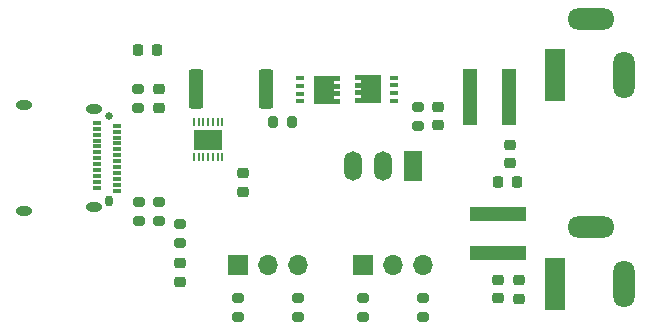
<source format=gbr>
%TF.GenerationSoftware,KiCad,Pcbnew,7.0.10-7.0.10~ubuntu20.04.1*%
%TF.CreationDate,2024-11-18T10:21:58+01:00*%
%TF.ProjectId,powerplay,706f7765-7270-46c6-9179-2e6b69636164,1*%
%TF.SameCoordinates,Original*%
%TF.FileFunction,Soldermask,Top*%
%TF.FilePolarity,Negative*%
%FSLAX46Y46*%
G04 Gerber Fmt 4.6, Leading zero omitted, Abs format (unit mm)*
G04 Created by KiCad (PCBNEW 7.0.10-7.0.10~ubuntu20.04.1) date 2024-11-18 10:21:58*
%MOMM*%
%LPD*%
G01*
G04 APERTURE LIST*
G04 Aperture macros list*
%AMRoundRect*
0 Rectangle with rounded corners*
0 $1 Rounding radius*
0 $2 $3 $4 $5 $6 $7 $8 $9 X,Y pos of 4 corners*
0 Add a 4 corners polygon primitive as box body*
4,1,4,$2,$3,$4,$5,$6,$7,$8,$9,$2,$3,0*
0 Add four circle primitives for the rounded corners*
1,1,$1+$1,$2,$3*
1,1,$1+$1,$4,$5*
1,1,$1+$1,$6,$7*
1,1,$1+$1,$8,$9*
0 Add four rect primitives between the rounded corners*
20,1,$1+$1,$2,$3,$4,$5,0*
20,1,$1+$1,$4,$5,$6,$7,0*
20,1,$1+$1,$6,$7,$8,$9,0*
20,1,$1+$1,$8,$9,$2,$3,0*%
%AMFreePoly0*
4,1,17,1.395000,0.765000,0.855000,0.765000,0.855000,0.535000,1.395000,0.535000,1.395000,0.115000,0.855000,0.115000,0.855000,-0.115000,1.395000,-0.115000,1.395000,-0.535000,0.855000,-0.535000,0.855000,-0.765000,1.395000,-0.765000,1.395000,-1.185000,-0.855000,-1.185000,-0.855000,1.185000,1.395000,1.185000,1.395000,0.765000,1.395000,0.765000,$1*%
G04 Aperture macros list end*
%ADD10RoundRect,0.200000X-0.275000X0.200000X-0.275000X-0.200000X0.275000X-0.200000X0.275000X0.200000X0*%
%ADD11R,1.800000X4.400000*%
%ADD12O,1.800000X4.000000*%
%ADD13O,4.000000X1.800000*%
%ADD14RoundRect,0.105000X0.245000X0.105000X-0.245000X0.105000X-0.245000X-0.105000X0.245000X-0.105000X0*%
%ADD15FreePoly0,180.000000*%
%ADD16RoundRect,0.218750X0.256250X-0.218750X0.256250X0.218750X-0.256250X0.218750X-0.256250X-0.218750X0*%
%ADD17RoundRect,0.105000X-0.245000X-0.105000X0.245000X-0.105000X0.245000X0.105000X-0.245000X0.105000X0*%
%ADD18FreePoly0,0.000000*%
%ADD19R,0.250000X0.700000*%
%ADD20R,2.350000X1.780000*%
%ADD21R,4.700000X1.180000*%
%ADD22RoundRect,0.225000X-0.250000X0.225000X-0.250000X-0.225000X0.250000X-0.225000X0.250000X0.225000X0*%
%ADD23RoundRect,0.225000X0.250000X-0.225000X0.250000X0.225000X-0.250000X0.225000X-0.250000X-0.225000X0*%
%ADD24R,1.500000X2.500000*%
%ADD25O,1.500000X2.500000*%
%ADD26RoundRect,0.200000X0.275000X-0.200000X0.275000X0.200000X-0.275000X0.200000X-0.275000X-0.200000X0*%
%ADD27R,1.700000X1.700000*%
%ADD28O,1.700000X1.700000*%
%ADD29C,0.650000*%
%ADD30O,0.650000X0.950000*%
%ADD31R,0.700000X0.300000*%
%ADD32O,1.400000X0.800000*%
%ADD33R,1.180000X4.700000*%
%ADD34RoundRect,0.218750X0.218750X0.256250X-0.218750X0.256250X-0.218750X-0.256250X0.218750X-0.256250X0*%
%ADD35RoundRect,0.225000X-0.225000X-0.250000X0.225000X-0.250000X0.225000X0.250000X-0.225000X0.250000X0*%
%ADD36RoundRect,0.200000X-0.200000X-0.275000X0.200000X-0.275000X0.200000X0.275000X-0.200000X0.275000X0*%
%ADD37RoundRect,0.250000X-0.362500X-1.425000X0.362500X-1.425000X0.362500X1.425000X-0.362500X1.425000X0*%
G04 APERTURE END LIST*
D10*
%TO.C,R9*%
X149931904Y-92584000D03*
X149931904Y-94234000D03*
%TD*%
D11*
%TO.C,J2*%
X171704000Y-73733010D03*
D12*
X177504000Y-73733010D03*
D13*
X174704000Y-68933010D03*
%TD*%
D14*
%TO.C,Q1*%
X158079467Y-75885000D03*
X158079467Y-75235000D03*
X158079467Y-74585000D03*
X158079467Y-73935000D03*
D15*
X156124467Y-74910000D03*
%TD*%
D10*
%TO.C,R5*%
X139954000Y-86297000D03*
X139954000Y-87947000D03*
%TD*%
D16*
%TO.C,D2*%
X139954000Y-91211500D03*
X139954000Y-89636500D03*
%TD*%
D10*
%TO.C,R8*%
X155436907Y-92584000D03*
X155436907Y-94234000D03*
%TD*%
D17*
%TO.C,Q2*%
X150130573Y-74000000D03*
X150130573Y-74650000D03*
X150130573Y-75300000D03*
X150130573Y-75950000D03*
D18*
X152085573Y-74975000D03*
%TD*%
D19*
%TO.C,U1*%
X143510000Y-77724000D03*
X143110000Y-77724000D03*
X142710000Y-77724000D03*
X142310000Y-77724000D03*
X141910000Y-77724000D03*
X141510000Y-77724000D03*
X141110000Y-77724000D03*
X141110000Y-80674000D03*
X141510000Y-80674000D03*
X141910000Y-80674000D03*
X142310000Y-80674000D03*
X142710000Y-80674000D03*
X143110000Y-80674000D03*
X143510000Y-80674000D03*
D20*
X142310000Y-79199000D03*
%TD*%
D21*
%TO.C,L2*%
X166878000Y-85467000D03*
X166878000Y-88777000D03*
%TD*%
D22*
%TO.C,C3*%
X145288000Y-82029000D03*
X145288000Y-83579000D03*
%TD*%
D23*
%TO.C,C6*%
X166878000Y-92627517D03*
X166878000Y-91077517D03*
%TD*%
D24*
%TO.C,U2*%
X159658500Y-81375500D03*
D25*
X157118500Y-81375500D03*
X154578500Y-81375500D03*
%TD*%
D11*
%TO.C,J3*%
X171704000Y-91405000D03*
D12*
X177504000Y-91405000D03*
D13*
X174704000Y-86605000D03*
%TD*%
D26*
%TO.C,R6*%
X136486305Y-86097467D03*
X136486305Y-84447467D03*
%TD*%
%TO.C,R1*%
X136398000Y-76517000D03*
X136398000Y-74867000D03*
%TD*%
D27*
%TO.C,JP2*%
X144831305Y-89755714D03*
D28*
X147371305Y-89755714D03*
X149911305Y-89755714D03*
%TD*%
D26*
%TO.C,R10*%
X144840810Y-94234000D03*
X144840810Y-92584000D03*
%TD*%
%TO.C,R7*%
X138146282Y-86101023D03*
X138146282Y-84451023D03*
%TD*%
%TO.C,R11*%
X160528000Y-94234000D03*
X160528000Y-92584000D03*
%TD*%
D27*
%TO.C,JP1*%
X155418012Y-89830269D03*
D28*
X157958012Y-89830269D03*
X160498012Y-89830269D03*
%TD*%
D22*
%TO.C,C7*%
X168656000Y-91089277D03*
X168656000Y-92639277D03*
%TD*%
D23*
%TO.C,C4*%
X167894000Y-81166000D03*
X167894000Y-79616000D03*
%TD*%
D29*
%TO.C,J1*%
X133899512Y-77157757D03*
D30*
X133899512Y-84357757D03*
D31*
X134559512Y-78007757D03*
X134559512Y-78507757D03*
X134559512Y-79007757D03*
X134559512Y-79507757D03*
X134559512Y-80007757D03*
X134559512Y-80507757D03*
X134559512Y-81007757D03*
X134559512Y-81507757D03*
X134559512Y-82007757D03*
X134559512Y-82507757D03*
X134559512Y-83007757D03*
X134559512Y-83507757D03*
X132859512Y-83257757D03*
X132859512Y-82757757D03*
X132859512Y-82257757D03*
X132859512Y-81757757D03*
X132859512Y-81257757D03*
X132859512Y-80757757D03*
X132859512Y-80257757D03*
X132859512Y-79757757D03*
X132859512Y-79257757D03*
X132859512Y-78757757D03*
X132859512Y-78257757D03*
X132859512Y-77757757D03*
D32*
X126699512Y-76267757D03*
X132649512Y-76627757D03*
X132649512Y-84887757D03*
X126699512Y-85247757D03*
%TD*%
D10*
%TO.C,R4*%
X160039746Y-76378000D03*
X160039746Y-78028000D03*
%TD*%
D33*
%TO.C,L1*%
X164460795Y-75580021D03*
X167770795Y-75580021D03*
%TD*%
D34*
%TO.C,D1*%
X137947500Y-71628000D03*
X136372500Y-71628000D03*
%TD*%
D35*
%TO.C,C5*%
X166889760Y-82769013D03*
X168439760Y-82769013D03*
%TD*%
D36*
%TO.C,R3*%
X147765000Y-77724000D03*
X149415000Y-77724000D03*
%TD*%
D23*
%TO.C,C1*%
X138176000Y-76467000D03*
X138176000Y-74917000D03*
%TD*%
D37*
%TO.C,R2*%
X141309500Y-74930000D03*
X147234500Y-74930000D03*
%TD*%
D22*
%TO.C,C2*%
X161762091Y-76428000D03*
X161762091Y-77978000D03*
%TD*%
M02*

</source>
